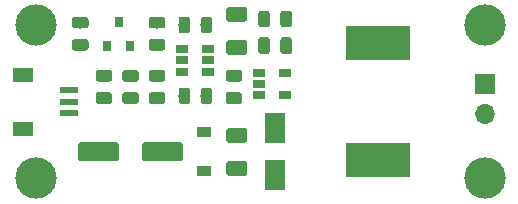
<source format=gts>
G04 #@! TF.GenerationSoftware,KiCad,Pcbnew,(5.1.4)-1*
G04 #@! TF.CreationDate,2020-03-31T09:33:02+09:00*
G04 #@! TF.ProjectId,solenoid-driver,736f6c65-6e6f-4696-942d-647269766572,rev?*
G04 #@! TF.SameCoordinates,Original*
G04 #@! TF.FileFunction,Soldermask,Top*
G04 #@! TF.FilePolarity,Negative*
%FSLAX46Y46*%
G04 Gerber Fmt 4.6, Leading zero omitted, Abs format (unit mm)*
G04 Created by KiCad (PCBNEW (5.1.4)-1) date 2020-03-31 09:33:02*
%MOMM*%
%LPD*%
G04 APERTURE LIST*
%ADD10R,1.200000X0.900000*%
%ADD11C,0.100000*%
%ADD12C,0.975000*%
%ADD13R,0.800000X0.900000*%
%ADD14C,3.500000*%
%ADD15O,1.700000X1.700000*%
%ADD16R,1.700000X1.700000*%
%ADD17R,1.060000X0.650000*%
%ADD18R,5.400000X2.900000*%
%ADD19R,1.550000X0.600000*%
%ADD20R,1.800000X1.200000*%
%ADD21R,1.800000X2.500000*%
%ADD22C,1.600000*%
%ADD23C,1.250000*%
G04 APERTURE END LIST*
D10*
X186250000Y-123400000D03*
X186250000Y-120100000D03*
D11*
G36*
X178230142Y-116701174D02*
G01*
X178253803Y-116704684D01*
X178277007Y-116710496D01*
X178299529Y-116718554D01*
X178321153Y-116728782D01*
X178341670Y-116741079D01*
X178360883Y-116755329D01*
X178378607Y-116771393D01*
X178394671Y-116789117D01*
X178408921Y-116808330D01*
X178421218Y-116828847D01*
X178431446Y-116850471D01*
X178439504Y-116872993D01*
X178445316Y-116896197D01*
X178448826Y-116919858D01*
X178450000Y-116943750D01*
X178450000Y-117431250D01*
X178448826Y-117455142D01*
X178445316Y-117478803D01*
X178439504Y-117502007D01*
X178431446Y-117524529D01*
X178421218Y-117546153D01*
X178408921Y-117566670D01*
X178394671Y-117585883D01*
X178378607Y-117603607D01*
X178360883Y-117619671D01*
X178341670Y-117633921D01*
X178321153Y-117646218D01*
X178299529Y-117656446D01*
X178277007Y-117664504D01*
X178253803Y-117670316D01*
X178230142Y-117673826D01*
X178206250Y-117675000D01*
X177293750Y-117675000D01*
X177269858Y-117673826D01*
X177246197Y-117670316D01*
X177222993Y-117664504D01*
X177200471Y-117656446D01*
X177178847Y-117646218D01*
X177158330Y-117633921D01*
X177139117Y-117619671D01*
X177121393Y-117603607D01*
X177105329Y-117585883D01*
X177091079Y-117566670D01*
X177078782Y-117546153D01*
X177068554Y-117524529D01*
X177060496Y-117502007D01*
X177054684Y-117478803D01*
X177051174Y-117455142D01*
X177050000Y-117431250D01*
X177050000Y-116943750D01*
X177051174Y-116919858D01*
X177054684Y-116896197D01*
X177060496Y-116872993D01*
X177068554Y-116850471D01*
X177078782Y-116828847D01*
X177091079Y-116808330D01*
X177105329Y-116789117D01*
X177121393Y-116771393D01*
X177139117Y-116755329D01*
X177158330Y-116741079D01*
X177178847Y-116728782D01*
X177200471Y-116718554D01*
X177222993Y-116710496D01*
X177246197Y-116704684D01*
X177269858Y-116701174D01*
X177293750Y-116700000D01*
X178206250Y-116700000D01*
X178230142Y-116701174D01*
X178230142Y-116701174D01*
G37*
D12*
X177750000Y-117187500D03*
D11*
G36*
X178230142Y-114826174D02*
G01*
X178253803Y-114829684D01*
X178277007Y-114835496D01*
X178299529Y-114843554D01*
X178321153Y-114853782D01*
X178341670Y-114866079D01*
X178360883Y-114880329D01*
X178378607Y-114896393D01*
X178394671Y-114914117D01*
X178408921Y-114933330D01*
X178421218Y-114953847D01*
X178431446Y-114975471D01*
X178439504Y-114997993D01*
X178445316Y-115021197D01*
X178448826Y-115044858D01*
X178450000Y-115068750D01*
X178450000Y-115556250D01*
X178448826Y-115580142D01*
X178445316Y-115603803D01*
X178439504Y-115627007D01*
X178431446Y-115649529D01*
X178421218Y-115671153D01*
X178408921Y-115691670D01*
X178394671Y-115710883D01*
X178378607Y-115728607D01*
X178360883Y-115744671D01*
X178341670Y-115758921D01*
X178321153Y-115771218D01*
X178299529Y-115781446D01*
X178277007Y-115789504D01*
X178253803Y-115795316D01*
X178230142Y-115798826D01*
X178206250Y-115800000D01*
X177293750Y-115800000D01*
X177269858Y-115798826D01*
X177246197Y-115795316D01*
X177222993Y-115789504D01*
X177200471Y-115781446D01*
X177178847Y-115771218D01*
X177158330Y-115758921D01*
X177139117Y-115744671D01*
X177121393Y-115728607D01*
X177105329Y-115710883D01*
X177091079Y-115691670D01*
X177078782Y-115671153D01*
X177068554Y-115649529D01*
X177060496Y-115627007D01*
X177054684Y-115603803D01*
X177051174Y-115580142D01*
X177050000Y-115556250D01*
X177050000Y-115068750D01*
X177051174Y-115044858D01*
X177054684Y-115021197D01*
X177060496Y-114997993D01*
X177068554Y-114975471D01*
X177078782Y-114953847D01*
X177091079Y-114933330D01*
X177105329Y-114914117D01*
X177121393Y-114896393D01*
X177139117Y-114880329D01*
X177158330Y-114866079D01*
X177178847Y-114853782D01*
X177200471Y-114843554D01*
X177222993Y-114835496D01*
X177246197Y-114829684D01*
X177269858Y-114826174D01*
X177293750Y-114825000D01*
X178206250Y-114825000D01*
X178230142Y-114826174D01*
X178230142Y-114826174D01*
G37*
D12*
X177750000Y-115312500D03*
D13*
X179000000Y-110750000D03*
X179950000Y-112750000D03*
X178050000Y-112750000D03*
D11*
G36*
X176230142Y-112201174D02*
G01*
X176253803Y-112204684D01*
X176277007Y-112210496D01*
X176299529Y-112218554D01*
X176321153Y-112228782D01*
X176341670Y-112241079D01*
X176360883Y-112255329D01*
X176378607Y-112271393D01*
X176394671Y-112289117D01*
X176408921Y-112308330D01*
X176421218Y-112328847D01*
X176431446Y-112350471D01*
X176439504Y-112372993D01*
X176445316Y-112396197D01*
X176448826Y-112419858D01*
X176450000Y-112443750D01*
X176450000Y-112931250D01*
X176448826Y-112955142D01*
X176445316Y-112978803D01*
X176439504Y-113002007D01*
X176431446Y-113024529D01*
X176421218Y-113046153D01*
X176408921Y-113066670D01*
X176394671Y-113085883D01*
X176378607Y-113103607D01*
X176360883Y-113119671D01*
X176341670Y-113133921D01*
X176321153Y-113146218D01*
X176299529Y-113156446D01*
X176277007Y-113164504D01*
X176253803Y-113170316D01*
X176230142Y-113173826D01*
X176206250Y-113175000D01*
X175293750Y-113175000D01*
X175269858Y-113173826D01*
X175246197Y-113170316D01*
X175222993Y-113164504D01*
X175200471Y-113156446D01*
X175178847Y-113146218D01*
X175158330Y-113133921D01*
X175139117Y-113119671D01*
X175121393Y-113103607D01*
X175105329Y-113085883D01*
X175091079Y-113066670D01*
X175078782Y-113046153D01*
X175068554Y-113024529D01*
X175060496Y-113002007D01*
X175054684Y-112978803D01*
X175051174Y-112955142D01*
X175050000Y-112931250D01*
X175050000Y-112443750D01*
X175051174Y-112419858D01*
X175054684Y-112396197D01*
X175060496Y-112372993D01*
X175068554Y-112350471D01*
X175078782Y-112328847D01*
X175091079Y-112308330D01*
X175105329Y-112289117D01*
X175121393Y-112271393D01*
X175139117Y-112255329D01*
X175158330Y-112241079D01*
X175178847Y-112228782D01*
X175200471Y-112218554D01*
X175222993Y-112210496D01*
X175246197Y-112204684D01*
X175269858Y-112201174D01*
X175293750Y-112200000D01*
X176206250Y-112200000D01*
X176230142Y-112201174D01*
X176230142Y-112201174D01*
G37*
D12*
X175750000Y-112687500D03*
D11*
G36*
X176230142Y-110326174D02*
G01*
X176253803Y-110329684D01*
X176277007Y-110335496D01*
X176299529Y-110343554D01*
X176321153Y-110353782D01*
X176341670Y-110366079D01*
X176360883Y-110380329D01*
X176378607Y-110396393D01*
X176394671Y-110414117D01*
X176408921Y-110433330D01*
X176421218Y-110453847D01*
X176431446Y-110475471D01*
X176439504Y-110497993D01*
X176445316Y-110521197D01*
X176448826Y-110544858D01*
X176450000Y-110568750D01*
X176450000Y-111056250D01*
X176448826Y-111080142D01*
X176445316Y-111103803D01*
X176439504Y-111127007D01*
X176431446Y-111149529D01*
X176421218Y-111171153D01*
X176408921Y-111191670D01*
X176394671Y-111210883D01*
X176378607Y-111228607D01*
X176360883Y-111244671D01*
X176341670Y-111258921D01*
X176321153Y-111271218D01*
X176299529Y-111281446D01*
X176277007Y-111289504D01*
X176253803Y-111295316D01*
X176230142Y-111298826D01*
X176206250Y-111300000D01*
X175293750Y-111300000D01*
X175269858Y-111298826D01*
X175246197Y-111295316D01*
X175222993Y-111289504D01*
X175200471Y-111281446D01*
X175178847Y-111271218D01*
X175158330Y-111258921D01*
X175139117Y-111244671D01*
X175121393Y-111228607D01*
X175105329Y-111210883D01*
X175091079Y-111191670D01*
X175078782Y-111171153D01*
X175068554Y-111149529D01*
X175060496Y-111127007D01*
X175054684Y-111103803D01*
X175051174Y-111080142D01*
X175050000Y-111056250D01*
X175050000Y-110568750D01*
X175051174Y-110544858D01*
X175054684Y-110521197D01*
X175060496Y-110497993D01*
X175068554Y-110475471D01*
X175078782Y-110453847D01*
X175091079Y-110433330D01*
X175105329Y-110414117D01*
X175121393Y-110396393D01*
X175139117Y-110380329D01*
X175158330Y-110366079D01*
X175178847Y-110353782D01*
X175200471Y-110343554D01*
X175222993Y-110335496D01*
X175246197Y-110329684D01*
X175269858Y-110326174D01*
X175293750Y-110325000D01*
X176206250Y-110325000D01*
X176230142Y-110326174D01*
X176230142Y-110326174D01*
G37*
D12*
X175750000Y-110812500D03*
D11*
G36*
X182730142Y-116701174D02*
G01*
X182753803Y-116704684D01*
X182777007Y-116710496D01*
X182799529Y-116718554D01*
X182821153Y-116728782D01*
X182841670Y-116741079D01*
X182860883Y-116755329D01*
X182878607Y-116771393D01*
X182894671Y-116789117D01*
X182908921Y-116808330D01*
X182921218Y-116828847D01*
X182931446Y-116850471D01*
X182939504Y-116872993D01*
X182945316Y-116896197D01*
X182948826Y-116919858D01*
X182950000Y-116943750D01*
X182950000Y-117431250D01*
X182948826Y-117455142D01*
X182945316Y-117478803D01*
X182939504Y-117502007D01*
X182931446Y-117524529D01*
X182921218Y-117546153D01*
X182908921Y-117566670D01*
X182894671Y-117585883D01*
X182878607Y-117603607D01*
X182860883Y-117619671D01*
X182841670Y-117633921D01*
X182821153Y-117646218D01*
X182799529Y-117656446D01*
X182777007Y-117664504D01*
X182753803Y-117670316D01*
X182730142Y-117673826D01*
X182706250Y-117675000D01*
X181793750Y-117675000D01*
X181769858Y-117673826D01*
X181746197Y-117670316D01*
X181722993Y-117664504D01*
X181700471Y-117656446D01*
X181678847Y-117646218D01*
X181658330Y-117633921D01*
X181639117Y-117619671D01*
X181621393Y-117603607D01*
X181605329Y-117585883D01*
X181591079Y-117566670D01*
X181578782Y-117546153D01*
X181568554Y-117524529D01*
X181560496Y-117502007D01*
X181554684Y-117478803D01*
X181551174Y-117455142D01*
X181550000Y-117431250D01*
X181550000Y-116943750D01*
X181551174Y-116919858D01*
X181554684Y-116896197D01*
X181560496Y-116872993D01*
X181568554Y-116850471D01*
X181578782Y-116828847D01*
X181591079Y-116808330D01*
X181605329Y-116789117D01*
X181621393Y-116771393D01*
X181639117Y-116755329D01*
X181658330Y-116741079D01*
X181678847Y-116728782D01*
X181700471Y-116718554D01*
X181722993Y-116710496D01*
X181746197Y-116704684D01*
X181769858Y-116701174D01*
X181793750Y-116700000D01*
X182706250Y-116700000D01*
X182730142Y-116701174D01*
X182730142Y-116701174D01*
G37*
D12*
X182250000Y-117187500D03*
D11*
G36*
X182730142Y-114826174D02*
G01*
X182753803Y-114829684D01*
X182777007Y-114835496D01*
X182799529Y-114843554D01*
X182821153Y-114853782D01*
X182841670Y-114866079D01*
X182860883Y-114880329D01*
X182878607Y-114896393D01*
X182894671Y-114914117D01*
X182908921Y-114933330D01*
X182921218Y-114953847D01*
X182931446Y-114975471D01*
X182939504Y-114997993D01*
X182945316Y-115021197D01*
X182948826Y-115044858D01*
X182950000Y-115068750D01*
X182950000Y-115556250D01*
X182948826Y-115580142D01*
X182945316Y-115603803D01*
X182939504Y-115627007D01*
X182931446Y-115649529D01*
X182921218Y-115671153D01*
X182908921Y-115691670D01*
X182894671Y-115710883D01*
X182878607Y-115728607D01*
X182860883Y-115744671D01*
X182841670Y-115758921D01*
X182821153Y-115771218D01*
X182799529Y-115781446D01*
X182777007Y-115789504D01*
X182753803Y-115795316D01*
X182730142Y-115798826D01*
X182706250Y-115800000D01*
X181793750Y-115800000D01*
X181769858Y-115798826D01*
X181746197Y-115795316D01*
X181722993Y-115789504D01*
X181700471Y-115781446D01*
X181678847Y-115771218D01*
X181658330Y-115758921D01*
X181639117Y-115744671D01*
X181621393Y-115728607D01*
X181605329Y-115710883D01*
X181591079Y-115691670D01*
X181578782Y-115671153D01*
X181568554Y-115649529D01*
X181560496Y-115627007D01*
X181554684Y-115603803D01*
X181551174Y-115580142D01*
X181550000Y-115556250D01*
X181550000Y-115068750D01*
X181551174Y-115044858D01*
X181554684Y-115021197D01*
X181560496Y-114997993D01*
X181568554Y-114975471D01*
X181578782Y-114953847D01*
X181591079Y-114933330D01*
X181605329Y-114914117D01*
X181621393Y-114896393D01*
X181639117Y-114880329D01*
X181658330Y-114866079D01*
X181678847Y-114853782D01*
X181700471Y-114843554D01*
X181722993Y-114835496D01*
X181746197Y-114829684D01*
X181769858Y-114826174D01*
X181793750Y-114825000D01*
X182706250Y-114825000D01*
X182730142Y-114826174D01*
X182730142Y-114826174D01*
G37*
D12*
X182250000Y-115312500D03*
D11*
G36*
X180480142Y-116701174D02*
G01*
X180503803Y-116704684D01*
X180527007Y-116710496D01*
X180549529Y-116718554D01*
X180571153Y-116728782D01*
X180591670Y-116741079D01*
X180610883Y-116755329D01*
X180628607Y-116771393D01*
X180644671Y-116789117D01*
X180658921Y-116808330D01*
X180671218Y-116828847D01*
X180681446Y-116850471D01*
X180689504Y-116872993D01*
X180695316Y-116896197D01*
X180698826Y-116919858D01*
X180700000Y-116943750D01*
X180700000Y-117431250D01*
X180698826Y-117455142D01*
X180695316Y-117478803D01*
X180689504Y-117502007D01*
X180681446Y-117524529D01*
X180671218Y-117546153D01*
X180658921Y-117566670D01*
X180644671Y-117585883D01*
X180628607Y-117603607D01*
X180610883Y-117619671D01*
X180591670Y-117633921D01*
X180571153Y-117646218D01*
X180549529Y-117656446D01*
X180527007Y-117664504D01*
X180503803Y-117670316D01*
X180480142Y-117673826D01*
X180456250Y-117675000D01*
X179543750Y-117675000D01*
X179519858Y-117673826D01*
X179496197Y-117670316D01*
X179472993Y-117664504D01*
X179450471Y-117656446D01*
X179428847Y-117646218D01*
X179408330Y-117633921D01*
X179389117Y-117619671D01*
X179371393Y-117603607D01*
X179355329Y-117585883D01*
X179341079Y-117566670D01*
X179328782Y-117546153D01*
X179318554Y-117524529D01*
X179310496Y-117502007D01*
X179304684Y-117478803D01*
X179301174Y-117455142D01*
X179300000Y-117431250D01*
X179300000Y-116943750D01*
X179301174Y-116919858D01*
X179304684Y-116896197D01*
X179310496Y-116872993D01*
X179318554Y-116850471D01*
X179328782Y-116828847D01*
X179341079Y-116808330D01*
X179355329Y-116789117D01*
X179371393Y-116771393D01*
X179389117Y-116755329D01*
X179408330Y-116741079D01*
X179428847Y-116728782D01*
X179450471Y-116718554D01*
X179472993Y-116710496D01*
X179496197Y-116704684D01*
X179519858Y-116701174D01*
X179543750Y-116700000D01*
X180456250Y-116700000D01*
X180480142Y-116701174D01*
X180480142Y-116701174D01*
G37*
D12*
X180000000Y-117187500D03*
D11*
G36*
X180480142Y-114826174D02*
G01*
X180503803Y-114829684D01*
X180527007Y-114835496D01*
X180549529Y-114843554D01*
X180571153Y-114853782D01*
X180591670Y-114866079D01*
X180610883Y-114880329D01*
X180628607Y-114896393D01*
X180644671Y-114914117D01*
X180658921Y-114933330D01*
X180671218Y-114953847D01*
X180681446Y-114975471D01*
X180689504Y-114997993D01*
X180695316Y-115021197D01*
X180698826Y-115044858D01*
X180700000Y-115068750D01*
X180700000Y-115556250D01*
X180698826Y-115580142D01*
X180695316Y-115603803D01*
X180689504Y-115627007D01*
X180681446Y-115649529D01*
X180671218Y-115671153D01*
X180658921Y-115691670D01*
X180644671Y-115710883D01*
X180628607Y-115728607D01*
X180610883Y-115744671D01*
X180591670Y-115758921D01*
X180571153Y-115771218D01*
X180549529Y-115781446D01*
X180527007Y-115789504D01*
X180503803Y-115795316D01*
X180480142Y-115798826D01*
X180456250Y-115800000D01*
X179543750Y-115800000D01*
X179519858Y-115798826D01*
X179496197Y-115795316D01*
X179472993Y-115789504D01*
X179450471Y-115781446D01*
X179428847Y-115771218D01*
X179408330Y-115758921D01*
X179389117Y-115744671D01*
X179371393Y-115728607D01*
X179355329Y-115710883D01*
X179341079Y-115691670D01*
X179328782Y-115671153D01*
X179318554Y-115649529D01*
X179310496Y-115627007D01*
X179304684Y-115603803D01*
X179301174Y-115580142D01*
X179300000Y-115556250D01*
X179300000Y-115068750D01*
X179301174Y-115044858D01*
X179304684Y-115021197D01*
X179310496Y-114997993D01*
X179318554Y-114975471D01*
X179328782Y-114953847D01*
X179341079Y-114933330D01*
X179355329Y-114914117D01*
X179371393Y-114896393D01*
X179389117Y-114880329D01*
X179408330Y-114866079D01*
X179428847Y-114853782D01*
X179450471Y-114843554D01*
X179472993Y-114835496D01*
X179496197Y-114829684D01*
X179519858Y-114826174D01*
X179543750Y-114825000D01*
X180456250Y-114825000D01*
X180480142Y-114826174D01*
X180480142Y-114826174D01*
G37*
D12*
X180000000Y-115312500D03*
D14*
X210000000Y-124000000D03*
X210000000Y-111000000D03*
X172000000Y-124000000D03*
X172000000Y-111000000D03*
D15*
X210000000Y-118540000D03*
D16*
X210000000Y-116000000D03*
D17*
X193100000Y-115050000D03*
X193100000Y-116950000D03*
X190900000Y-116950000D03*
X190900000Y-116000000D03*
X190900000Y-115050000D03*
X184400000Y-113050000D03*
X184400000Y-114000000D03*
X184400000Y-114950000D03*
X186600000Y-114950000D03*
X186600000Y-113050000D03*
X186600000Y-114000000D03*
D11*
G36*
X191580142Y-112051174D02*
G01*
X191603803Y-112054684D01*
X191627007Y-112060496D01*
X191649529Y-112068554D01*
X191671153Y-112078782D01*
X191691670Y-112091079D01*
X191710883Y-112105329D01*
X191728607Y-112121393D01*
X191744671Y-112139117D01*
X191758921Y-112158330D01*
X191771218Y-112178847D01*
X191781446Y-112200471D01*
X191789504Y-112222993D01*
X191795316Y-112246197D01*
X191798826Y-112269858D01*
X191800000Y-112293750D01*
X191800000Y-113206250D01*
X191798826Y-113230142D01*
X191795316Y-113253803D01*
X191789504Y-113277007D01*
X191781446Y-113299529D01*
X191771218Y-113321153D01*
X191758921Y-113341670D01*
X191744671Y-113360883D01*
X191728607Y-113378607D01*
X191710883Y-113394671D01*
X191691670Y-113408921D01*
X191671153Y-113421218D01*
X191649529Y-113431446D01*
X191627007Y-113439504D01*
X191603803Y-113445316D01*
X191580142Y-113448826D01*
X191556250Y-113450000D01*
X191068750Y-113450000D01*
X191044858Y-113448826D01*
X191021197Y-113445316D01*
X190997993Y-113439504D01*
X190975471Y-113431446D01*
X190953847Y-113421218D01*
X190933330Y-113408921D01*
X190914117Y-113394671D01*
X190896393Y-113378607D01*
X190880329Y-113360883D01*
X190866079Y-113341670D01*
X190853782Y-113321153D01*
X190843554Y-113299529D01*
X190835496Y-113277007D01*
X190829684Y-113253803D01*
X190826174Y-113230142D01*
X190825000Y-113206250D01*
X190825000Y-112293750D01*
X190826174Y-112269858D01*
X190829684Y-112246197D01*
X190835496Y-112222993D01*
X190843554Y-112200471D01*
X190853782Y-112178847D01*
X190866079Y-112158330D01*
X190880329Y-112139117D01*
X190896393Y-112121393D01*
X190914117Y-112105329D01*
X190933330Y-112091079D01*
X190953847Y-112078782D01*
X190975471Y-112068554D01*
X190997993Y-112060496D01*
X191021197Y-112054684D01*
X191044858Y-112051174D01*
X191068750Y-112050000D01*
X191556250Y-112050000D01*
X191580142Y-112051174D01*
X191580142Y-112051174D01*
G37*
D12*
X191312500Y-112750000D03*
D11*
G36*
X193455142Y-112051174D02*
G01*
X193478803Y-112054684D01*
X193502007Y-112060496D01*
X193524529Y-112068554D01*
X193546153Y-112078782D01*
X193566670Y-112091079D01*
X193585883Y-112105329D01*
X193603607Y-112121393D01*
X193619671Y-112139117D01*
X193633921Y-112158330D01*
X193646218Y-112178847D01*
X193656446Y-112200471D01*
X193664504Y-112222993D01*
X193670316Y-112246197D01*
X193673826Y-112269858D01*
X193675000Y-112293750D01*
X193675000Y-113206250D01*
X193673826Y-113230142D01*
X193670316Y-113253803D01*
X193664504Y-113277007D01*
X193656446Y-113299529D01*
X193646218Y-113321153D01*
X193633921Y-113341670D01*
X193619671Y-113360883D01*
X193603607Y-113378607D01*
X193585883Y-113394671D01*
X193566670Y-113408921D01*
X193546153Y-113421218D01*
X193524529Y-113431446D01*
X193502007Y-113439504D01*
X193478803Y-113445316D01*
X193455142Y-113448826D01*
X193431250Y-113450000D01*
X192943750Y-113450000D01*
X192919858Y-113448826D01*
X192896197Y-113445316D01*
X192872993Y-113439504D01*
X192850471Y-113431446D01*
X192828847Y-113421218D01*
X192808330Y-113408921D01*
X192789117Y-113394671D01*
X192771393Y-113378607D01*
X192755329Y-113360883D01*
X192741079Y-113341670D01*
X192728782Y-113321153D01*
X192718554Y-113299529D01*
X192710496Y-113277007D01*
X192704684Y-113253803D01*
X192701174Y-113230142D01*
X192700000Y-113206250D01*
X192700000Y-112293750D01*
X192701174Y-112269858D01*
X192704684Y-112246197D01*
X192710496Y-112222993D01*
X192718554Y-112200471D01*
X192728782Y-112178847D01*
X192741079Y-112158330D01*
X192755329Y-112139117D01*
X192771393Y-112121393D01*
X192789117Y-112105329D01*
X192808330Y-112091079D01*
X192828847Y-112078782D01*
X192850471Y-112068554D01*
X192872993Y-112060496D01*
X192896197Y-112054684D01*
X192919858Y-112051174D01*
X192943750Y-112050000D01*
X193431250Y-112050000D01*
X193455142Y-112051174D01*
X193455142Y-112051174D01*
G37*
D12*
X193187500Y-112750000D03*
D11*
G36*
X191580142Y-109801174D02*
G01*
X191603803Y-109804684D01*
X191627007Y-109810496D01*
X191649529Y-109818554D01*
X191671153Y-109828782D01*
X191691670Y-109841079D01*
X191710883Y-109855329D01*
X191728607Y-109871393D01*
X191744671Y-109889117D01*
X191758921Y-109908330D01*
X191771218Y-109928847D01*
X191781446Y-109950471D01*
X191789504Y-109972993D01*
X191795316Y-109996197D01*
X191798826Y-110019858D01*
X191800000Y-110043750D01*
X191800000Y-110956250D01*
X191798826Y-110980142D01*
X191795316Y-111003803D01*
X191789504Y-111027007D01*
X191781446Y-111049529D01*
X191771218Y-111071153D01*
X191758921Y-111091670D01*
X191744671Y-111110883D01*
X191728607Y-111128607D01*
X191710883Y-111144671D01*
X191691670Y-111158921D01*
X191671153Y-111171218D01*
X191649529Y-111181446D01*
X191627007Y-111189504D01*
X191603803Y-111195316D01*
X191580142Y-111198826D01*
X191556250Y-111200000D01*
X191068750Y-111200000D01*
X191044858Y-111198826D01*
X191021197Y-111195316D01*
X190997993Y-111189504D01*
X190975471Y-111181446D01*
X190953847Y-111171218D01*
X190933330Y-111158921D01*
X190914117Y-111144671D01*
X190896393Y-111128607D01*
X190880329Y-111110883D01*
X190866079Y-111091670D01*
X190853782Y-111071153D01*
X190843554Y-111049529D01*
X190835496Y-111027007D01*
X190829684Y-111003803D01*
X190826174Y-110980142D01*
X190825000Y-110956250D01*
X190825000Y-110043750D01*
X190826174Y-110019858D01*
X190829684Y-109996197D01*
X190835496Y-109972993D01*
X190843554Y-109950471D01*
X190853782Y-109928847D01*
X190866079Y-109908330D01*
X190880329Y-109889117D01*
X190896393Y-109871393D01*
X190914117Y-109855329D01*
X190933330Y-109841079D01*
X190953847Y-109828782D01*
X190975471Y-109818554D01*
X190997993Y-109810496D01*
X191021197Y-109804684D01*
X191044858Y-109801174D01*
X191068750Y-109800000D01*
X191556250Y-109800000D01*
X191580142Y-109801174D01*
X191580142Y-109801174D01*
G37*
D12*
X191312500Y-110500000D03*
D11*
G36*
X193455142Y-109801174D02*
G01*
X193478803Y-109804684D01*
X193502007Y-109810496D01*
X193524529Y-109818554D01*
X193546153Y-109828782D01*
X193566670Y-109841079D01*
X193585883Y-109855329D01*
X193603607Y-109871393D01*
X193619671Y-109889117D01*
X193633921Y-109908330D01*
X193646218Y-109928847D01*
X193656446Y-109950471D01*
X193664504Y-109972993D01*
X193670316Y-109996197D01*
X193673826Y-110019858D01*
X193675000Y-110043750D01*
X193675000Y-110956250D01*
X193673826Y-110980142D01*
X193670316Y-111003803D01*
X193664504Y-111027007D01*
X193656446Y-111049529D01*
X193646218Y-111071153D01*
X193633921Y-111091670D01*
X193619671Y-111110883D01*
X193603607Y-111128607D01*
X193585883Y-111144671D01*
X193566670Y-111158921D01*
X193546153Y-111171218D01*
X193524529Y-111181446D01*
X193502007Y-111189504D01*
X193478803Y-111195316D01*
X193455142Y-111198826D01*
X193431250Y-111200000D01*
X192943750Y-111200000D01*
X192919858Y-111198826D01*
X192896197Y-111195316D01*
X192872993Y-111189504D01*
X192850471Y-111181446D01*
X192828847Y-111171218D01*
X192808330Y-111158921D01*
X192789117Y-111144671D01*
X192771393Y-111128607D01*
X192755329Y-111110883D01*
X192741079Y-111091670D01*
X192728782Y-111071153D01*
X192718554Y-111049529D01*
X192710496Y-111027007D01*
X192704684Y-111003803D01*
X192701174Y-110980142D01*
X192700000Y-110956250D01*
X192700000Y-110043750D01*
X192701174Y-110019858D01*
X192704684Y-109996197D01*
X192710496Y-109972993D01*
X192718554Y-109950471D01*
X192728782Y-109928847D01*
X192741079Y-109908330D01*
X192755329Y-109889117D01*
X192771393Y-109871393D01*
X192789117Y-109855329D01*
X192808330Y-109841079D01*
X192828847Y-109828782D01*
X192850471Y-109818554D01*
X192872993Y-109810496D01*
X192896197Y-109804684D01*
X192919858Y-109801174D01*
X192943750Y-109800000D01*
X193431250Y-109800000D01*
X193455142Y-109801174D01*
X193455142Y-109801174D01*
G37*
D12*
X193187500Y-110500000D03*
D11*
G36*
X186705142Y-116301174D02*
G01*
X186728803Y-116304684D01*
X186752007Y-116310496D01*
X186774529Y-116318554D01*
X186796153Y-116328782D01*
X186816670Y-116341079D01*
X186835883Y-116355329D01*
X186853607Y-116371393D01*
X186869671Y-116389117D01*
X186883921Y-116408330D01*
X186896218Y-116428847D01*
X186906446Y-116450471D01*
X186914504Y-116472993D01*
X186920316Y-116496197D01*
X186923826Y-116519858D01*
X186925000Y-116543750D01*
X186925000Y-117456250D01*
X186923826Y-117480142D01*
X186920316Y-117503803D01*
X186914504Y-117527007D01*
X186906446Y-117549529D01*
X186896218Y-117571153D01*
X186883921Y-117591670D01*
X186869671Y-117610883D01*
X186853607Y-117628607D01*
X186835883Y-117644671D01*
X186816670Y-117658921D01*
X186796153Y-117671218D01*
X186774529Y-117681446D01*
X186752007Y-117689504D01*
X186728803Y-117695316D01*
X186705142Y-117698826D01*
X186681250Y-117700000D01*
X186193750Y-117700000D01*
X186169858Y-117698826D01*
X186146197Y-117695316D01*
X186122993Y-117689504D01*
X186100471Y-117681446D01*
X186078847Y-117671218D01*
X186058330Y-117658921D01*
X186039117Y-117644671D01*
X186021393Y-117628607D01*
X186005329Y-117610883D01*
X185991079Y-117591670D01*
X185978782Y-117571153D01*
X185968554Y-117549529D01*
X185960496Y-117527007D01*
X185954684Y-117503803D01*
X185951174Y-117480142D01*
X185950000Y-117456250D01*
X185950000Y-116543750D01*
X185951174Y-116519858D01*
X185954684Y-116496197D01*
X185960496Y-116472993D01*
X185968554Y-116450471D01*
X185978782Y-116428847D01*
X185991079Y-116408330D01*
X186005329Y-116389117D01*
X186021393Y-116371393D01*
X186039117Y-116355329D01*
X186058330Y-116341079D01*
X186078847Y-116328782D01*
X186100471Y-116318554D01*
X186122993Y-116310496D01*
X186146197Y-116304684D01*
X186169858Y-116301174D01*
X186193750Y-116300000D01*
X186681250Y-116300000D01*
X186705142Y-116301174D01*
X186705142Y-116301174D01*
G37*
D12*
X186437500Y-117000000D03*
D11*
G36*
X184830142Y-116301174D02*
G01*
X184853803Y-116304684D01*
X184877007Y-116310496D01*
X184899529Y-116318554D01*
X184921153Y-116328782D01*
X184941670Y-116341079D01*
X184960883Y-116355329D01*
X184978607Y-116371393D01*
X184994671Y-116389117D01*
X185008921Y-116408330D01*
X185021218Y-116428847D01*
X185031446Y-116450471D01*
X185039504Y-116472993D01*
X185045316Y-116496197D01*
X185048826Y-116519858D01*
X185050000Y-116543750D01*
X185050000Y-117456250D01*
X185048826Y-117480142D01*
X185045316Y-117503803D01*
X185039504Y-117527007D01*
X185031446Y-117549529D01*
X185021218Y-117571153D01*
X185008921Y-117591670D01*
X184994671Y-117610883D01*
X184978607Y-117628607D01*
X184960883Y-117644671D01*
X184941670Y-117658921D01*
X184921153Y-117671218D01*
X184899529Y-117681446D01*
X184877007Y-117689504D01*
X184853803Y-117695316D01*
X184830142Y-117698826D01*
X184806250Y-117700000D01*
X184318750Y-117700000D01*
X184294858Y-117698826D01*
X184271197Y-117695316D01*
X184247993Y-117689504D01*
X184225471Y-117681446D01*
X184203847Y-117671218D01*
X184183330Y-117658921D01*
X184164117Y-117644671D01*
X184146393Y-117628607D01*
X184130329Y-117610883D01*
X184116079Y-117591670D01*
X184103782Y-117571153D01*
X184093554Y-117549529D01*
X184085496Y-117527007D01*
X184079684Y-117503803D01*
X184076174Y-117480142D01*
X184075000Y-117456250D01*
X184075000Y-116543750D01*
X184076174Y-116519858D01*
X184079684Y-116496197D01*
X184085496Y-116472993D01*
X184093554Y-116450471D01*
X184103782Y-116428847D01*
X184116079Y-116408330D01*
X184130329Y-116389117D01*
X184146393Y-116371393D01*
X184164117Y-116355329D01*
X184183330Y-116341079D01*
X184203847Y-116328782D01*
X184225471Y-116318554D01*
X184247993Y-116310496D01*
X184271197Y-116304684D01*
X184294858Y-116301174D01*
X184318750Y-116300000D01*
X184806250Y-116300000D01*
X184830142Y-116301174D01*
X184830142Y-116301174D01*
G37*
D12*
X184562500Y-117000000D03*
D11*
G36*
X189230142Y-114826174D02*
G01*
X189253803Y-114829684D01*
X189277007Y-114835496D01*
X189299529Y-114843554D01*
X189321153Y-114853782D01*
X189341670Y-114866079D01*
X189360883Y-114880329D01*
X189378607Y-114896393D01*
X189394671Y-114914117D01*
X189408921Y-114933330D01*
X189421218Y-114953847D01*
X189431446Y-114975471D01*
X189439504Y-114997993D01*
X189445316Y-115021197D01*
X189448826Y-115044858D01*
X189450000Y-115068750D01*
X189450000Y-115556250D01*
X189448826Y-115580142D01*
X189445316Y-115603803D01*
X189439504Y-115627007D01*
X189431446Y-115649529D01*
X189421218Y-115671153D01*
X189408921Y-115691670D01*
X189394671Y-115710883D01*
X189378607Y-115728607D01*
X189360883Y-115744671D01*
X189341670Y-115758921D01*
X189321153Y-115771218D01*
X189299529Y-115781446D01*
X189277007Y-115789504D01*
X189253803Y-115795316D01*
X189230142Y-115798826D01*
X189206250Y-115800000D01*
X188293750Y-115800000D01*
X188269858Y-115798826D01*
X188246197Y-115795316D01*
X188222993Y-115789504D01*
X188200471Y-115781446D01*
X188178847Y-115771218D01*
X188158330Y-115758921D01*
X188139117Y-115744671D01*
X188121393Y-115728607D01*
X188105329Y-115710883D01*
X188091079Y-115691670D01*
X188078782Y-115671153D01*
X188068554Y-115649529D01*
X188060496Y-115627007D01*
X188054684Y-115603803D01*
X188051174Y-115580142D01*
X188050000Y-115556250D01*
X188050000Y-115068750D01*
X188051174Y-115044858D01*
X188054684Y-115021197D01*
X188060496Y-114997993D01*
X188068554Y-114975471D01*
X188078782Y-114953847D01*
X188091079Y-114933330D01*
X188105329Y-114914117D01*
X188121393Y-114896393D01*
X188139117Y-114880329D01*
X188158330Y-114866079D01*
X188178847Y-114853782D01*
X188200471Y-114843554D01*
X188222993Y-114835496D01*
X188246197Y-114829684D01*
X188269858Y-114826174D01*
X188293750Y-114825000D01*
X189206250Y-114825000D01*
X189230142Y-114826174D01*
X189230142Y-114826174D01*
G37*
D12*
X188750000Y-115312500D03*
D11*
G36*
X189230142Y-116701174D02*
G01*
X189253803Y-116704684D01*
X189277007Y-116710496D01*
X189299529Y-116718554D01*
X189321153Y-116728782D01*
X189341670Y-116741079D01*
X189360883Y-116755329D01*
X189378607Y-116771393D01*
X189394671Y-116789117D01*
X189408921Y-116808330D01*
X189421218Y-116828847D01*
X189431446Y-116850471D01*
X189439504Y-116872993D01*
X189445316Y-116896197D01*
X189448826Y-116919858D01*
X189450000Y-116943750D01*
X189450000Y-117431250D01*
X189448826Y-117455142D01*
X189445316Y-117478803D01*
X189439504Y-117502007D01*
X189431446Y-117524529D01*
X189421218Y-117546153D01*
X189408921Y-117566670D01*
X189394671Y-117585883D01*
X189378607Y-117603607D01*
X189360883Y-117619671D01*
X189341670Y-117633921D01*
X189321153Y-117646218D01*
X189299529Y-117656446D01*
X189277007Y-117664504D01*
X189253803Y-117670316D01*
X189230142Y-117673826D01*
X189206250Y-117675000D01*
X188293750Y-117675000D01*
X188269858Y-117673826D01*
X188246197Y-117670316D01*
X188222993Y-117664504D01*
X188200471Y-117656446D01*
X188178847Y-117646218D01*
X188158330Y-117633921D01*
X188139117Y-117619671D01*
X188121393Y-117603607D01*
X188105329Y-117585883D01*
X188091079Y-117566670D01*
X188078782Y-117546153D01*
X188068554Y-117524529D01*
X188060496Y-117502007D01*
X188054684Y-117478803D01*
X188051174Y-117455142D01*
X188050000Y-117431250D01*
X188050000Y-116943750D01*
X188051174Y-116919858D01*
X188054684Y-116896197D01*
X188060496Y-116872993D01*
X188068554Y-116850471D01*
X188078782Y-116828847D01*
X188091079Y-116808330D01*
X188105329Y-116789117D01*
X188121393Y-116771393D01*
X188139117Y-116755329D01*
X188158330Y-116741079D01*
X188178847Y-116728782D01*
X188200471Y-116718554D01*
X188222993Y-116710496D01*
X188246197Y-116704684D01*
X188269858Y-116701174D01*
X188293750Y-116700000D01*
X189206250Y-116700000D01*
X189230142Y-116701174D01*
X189230142Y-116701174D01*
G37*
D12*
X188750000Y-117187500D03*
D18*
X201000000Y-122450000D03*
X201000000Y-112550000D03*
D19*
X174775000Y-118500000D03*
X174775000Y-117500000D03*
X174775000Y-116500000D03*
D20*
X170900000Y-115200000D03*
X170900000Y-119800000D03*
D21*
X192250000Y-123750000D03*
X192250000Y-119750000D03*
D11*
G36*
X178824504Y-120951204D02*
G01*
X178848773Y-120954804D01*
X178872571Y-120960765D01*
X178895671Y-120969030D01*
X178917849Y-120979520D01*
X178938893Y-120992133D01*
X178958598Y-121006747D01*
X178976777Y-121023223D01*
X178993253Y-121041402D01*
X179007867Y-121061107D01*
X179020480Y-121082151D01*
X179030970Y-121104329D01*
X179039235Y-121127429D01*
X179045196Y-121151227D01*
X179048796Y-121175496D01*
X179050000Y-121200000D01*
X179050000Y-122300000D01*
X179048796Y-122324504D01*
X179045196Y-122348773D01*
X179039235Y-122372571D01*
X179030970Y-122395671D01*
X179020480Y-122417849D01*
X179007867Y-122438893D01*
X178993253Y-122458598D01*
X178976777Y-122476777D01*
X178958598Y-122493253D01*
X178938893Y-122507867D01*
X178917849Y-122520480D01*
X178895671Y-122530970D01*
X178872571Y-122539235D01*
X178848773Y-122545196D01*
X178824504Y-122548796D01*
X178800000Y-122550000D01*
X175800000Y-122550000D01*
X175775496Y-122548796D01*
X175751227Y-122545196D01*
X175727429Y-122539235D01*
X175704329Y-122530970D01*
X175682151Y-122520480D01*
X175661107Y-122507867D01*
X175641402Y-122493253D01*
X175623223Y-122476777D01*
X175606747Y-122458598D01*
X175592133Y-122438893D01*
X175579520Y-122417849D01*
X175569030Y-122395671D01*
X175560765Y-122372571D01*
X175554804Y-122348773D01*
X175551204Y-122324504D01*
X175550000Y-122300000D01*
X175550000Y-121200000D01*
X175551204Y-121175496D01*
X175554804Y-121151227D01*
X175560765Y-121127429D01*
X175569030Y-121104329D01*
X175579520Y-121082151D01*
X175592133Y-121061107D01*
X175606747Y-121041402D01*
X175623223Y-121023223D01*
X175641402Y-121006747D01*
X175661107Y-120992133D01*
X175682151Y-120979520D01*
X175704329Y-120969030D01*
X175727429Y-120960765D01*
X175751227Y-120954804D01*
X175775496Y-120951204D01*
X175800000Y-120950000D01*
X178800000Y-120950000D01*
X178824504Y-120951204D01*
X178824504Y-120951204D01*
G37*
D22*
X177300000Y-121750000D03*
D11*
G36*
X184224504Y-120951204D02*
G01*
X184248773Y-120954804D01*
X184272571Y-120960765D01*
X184295671Y-120969030D01*
X184317849Y-120979520D01*
X184338893Y-120992133D01*
X184358598Y-121006747D01*
X184376777Y-121023223D01*
X184393253Y-121041402D01*
X184407867Y-121061107D01*
X184420480Y-121082151D01*
X184430970Y-121104329D01*
X184439235Y-121127429D01*
X184445196Y-121151227D01*
X184448796Y-121175496D01*
X184450000Y-121200000D01*
X184450000Y-122300000D01*
X184448796Y-122324504D01*
X184445196Y-122348773D01*
X184439235Y-122372571D01*
X184430970Y-122395671D01*
X184420480Y-122417849D01*
X184407867Y-122438893D01*
X184393253Y-122458598D01*
X184376777Y-122476777D01*
X184358598Y-122493253D01*
X184338893Y-122507867D01*
X184317849Y-122520480D01*
X184295671Y-122530970D01*
X184272571Y-122539235D01*
X184248773Y-122545196D01*
X184224504Y-122548796D01*
X184200000Y-122550000D01*
X181200000Y-122550000D01*
X181175496Y-122548796D01*
X181151227Y-122545196D01*
X181127429Y-122539235D01*
X181104329Y-122530970D01*
X181082151Y-122520480D01*
X181061107Y-122507867D01*
X181041402Y-122493253D01*
X181023223Y-122476777D01*
X181006747Y-122458598D01*
X180992133Y-122438893D01*
X180979520Y-122417849D01*
X180969030Y-122395671D01*
X180960765Y-122372571D01*
X180954804Y-122348773D01*
X180951204Y-122324504D01*
X180950000Y-122300000D01*
X180950000Y-121200000D01*
X180951204Y-121175496D01*
X180954804Y-121151227D01*
X180960765Y-121127429D01*
X180969030Y-121104329D01*
X180979520Y-121082151D01*
X180992133Y-121061107D01*
X181006747Y-121041402D01*
X181023223Y-121023223D01*
X181041402Y-121006747D01*
X181061107Y-120992133D01*
X181082151Y-120979520D01*
X181104329Y-120969030D01*
X181127429Y-120960765D01*
X181151227Y-120954804D01*
X181175496Y-120951204D01*
X181200000Y-120950000D01*
X184200000Y-120950000D01*
X184224504Y-120951204D01*
X184224504Y-120951204D01*
G37*
D22*
X182700000Y-121750000D03*
D11*
G36*
X189649504Y-119726204D02*
G01*
X189673773Y-119729804D01*
X189697571Y-119735765D01*
X189720671Y-119744030D01*
X189742849Y-119754520D01*
X189763893Y-119767133D01*
X189783598Y-119781747D01*
X189801777Y-119798223D01*
X189818253Y-119816402D01*
X189832867Y-119836107D01*
X189845480Y-119857151D01*
X189855970Y-119879329D01*
X189864235Y-119902429D01*
X189870196Y-119926227D01*
X189873796Y-119950496D01*
X189875000Y-119975000D01*
X189875000Y-120725000D01*
X189873796Y-120749504D01*
X189870196Y-120773773D01*
X189864235Y-120797571D01*
X189855970Y-120820671D01*
X189845480Y-120842849D01*
X189832867Y-120863893D01*
X189818253Y-120883598D01*
X189801777Y-120901777D01*
X189783598Y-120918253D01*
X189763893Y-120932867D01*
X189742849Y-120945480D01*
X189720671Y-120955970D01*
X189697571Y-120964235D01*
X189673773Y-120970196D01*
X189649504Y-120973796D01*
X189625000Y-120975000D01*
X188375000Y-120975000D01*
X188350496Y-120973796D01*
X188326227Y-120970196D01*
X188302429Y-120964235D01*
X188279329Y-120955970D01*
X188257151Y-120945480D01*
X188236107Y-120932867D01*
X188216402Y-120918253D01*
X188198223Y-120901777D01*
X188181747Y-120883598D01*
X188167133Y-120863893D01*
X188154520Y-120842849D01*
X188144030Y-120820671D01*
X188135765Y-120797571D01*
X188129804Y-120773773D01*
X188126204Y-120749504D01*
X188125000Y-120725000D01*
X188125000Y-119975000D01*
X188126204Y-119950496D01*
X188129804Y-119926227D01*
X188135765Y-119902429D01*
X188144030Y-119879329D01*
X188154520Y-119857151D01*
X188167133Y-119836107D01*
X188181747Y-119816402D01*
X188198223Y-119798223D01*
X188216402Y-119781747D01*
X188236107Y-119767133D01*
X188257151Y-119754520D01*
X188279329Y-119744030D01*
X188302429Y-119735765D01*
X188326227Y-119729804D01*
X188350496Y-119726204D01*
X188375000Y-119725000D01*
X189625000Y-119725000D01*
X189649504Y-119726204D01*
X189649504Y-119726204D01*
G37*
D23*
X189000000Y-120350000D03*
D11*
G36*
X189649504Y-122526204D02*
G01*
X189673773Y-122529804D01*
X189697571Y-122535765D01*
X189720671Y-122544030D01*
X189742849Y-122554520D01*
X189763893Y-122567133D01*
X189783598Y-122581747D01*
X189801777Y-122598223D01*
X189818253Y-122616402D01*
X189832867Y-122636107D01*
X189845480Y-122657151D01*
X189855970Y-122679329D01*
X189864235Y-122702429D01*
X189870196Y-122726227D01*
X189873796Y-122750496D01*
X189875000Y-122775000D01*
X189875000Y-123525000D01*
X189873796Y-123549504D01*
X189870196Y-123573773D01*
X189864235Y-123597571D01*
X189855970Y-123620671D01*
X189845480Y-123642849D01*
X189832867Y-123663893D01*
X189818253Y-123683598D01*
X189801777Y-123701777D01*
X189783598Y-123718253D01*
X189763893Y-123732867D01*
X189742849Y-123745480D01*
X189720671Y-123755970D01*
X189697571Y-123764235D01*
X189673773Y-123770196D01*
X189649504Y-123773796D01*
X189625000Y-123775000D01*
X188375000Y-123775000D01*
X188350496Y-123773796D01*
X188326227Y-123770196D01*
X188302429Y-123764235D01*
X188279329Y-123755970D01*
X188257151Y-123745480D01*
X188236107Y-123732867D01*
X188216402Y-123718253D01*
X188198223Y-123701777D01*
X188181747Y-123683598D01*
X188167133Y-123663893D01*
X188154520Y-123642849D01*
X188144030Y-123620671D01*
X188135765Y-123597571D01*
X188129804Y-123573773D01*
X188126204Y-123549504D01*
X188125000Y-123525000D01*
X188125000Y-122775000D01*
X188126204Y-122750496D01*
X188129804Y-122726227D01*
X188135765Y-122702429D01*
X188144030Y-122679329D01*
X188154520Y-122657151D01*
X188167133Y-122636107D01*
X188181747Y-122616402D01*
X188198223Y-122598223D01*
X188216402Y-122581747D01*
X188236107Y-122567133D01*
X188257151Y-122554520D01*
X188279329Y-122544030D01*
X188302429Y-122535765D01*
X188326227Y-122529804D01*
X188350496Y-122526204D01*
X188375000Y-122525000D01*
X189625000Y-122525000D01*
X189649504Y-122526204D01*
X189649504Y-122526204D01*
G37*
D23*
X189000000Y-123150000D03*
D11*
G36*
X189649504Y-109476204D02*
G01*
X189673773Y-109479804D01*
X189697571Y-109485765D01*
X189720671Y-109494030D01*
X189742849Y-109504520D01*
X189763893Y-109517133D01*
X189783598Y-109531747D01*
X189801777Y-109548223D01*
X189818253Y-109566402D01*
X189832867Y-109586107D01*
X189845480Y-109607151D01*
X189855970Y-109629329D01*
X189864235Y-109652429D01*
X189870196Y-109676227D01*
X189873796Y-109700496D01*
X189875000Y-109725000D01*
X189875000Y-110475000D01*
X189873796Y-110499504D01*
X189870196Y-110523773D01*
X189864235Y-110547571D01*
X189855970Y-110570671D01*
X189845480Y-110592849D01*
X189832867Y-110613893D01*
X189818253Y-110633598D01*
X189801777Y-110651777D01*
X189783598Y-110668253D01*
X189763893Y-110682867D01*
X189742849Y-110695480D01*
X189720671Y-110705970D01*
X189697571Y-110714235D01*
X189673773Y-110720196D01*
X189649504Y-110723796D01*
X189625000Y-110725000D01*
X188375000Y-110725000D01*
X188350496Y-110723796D01*
X188326227Y-110720196D01*
X188302429Y-110714235D01*
X188279329Y-110705970D01*
X188257151Y-110695480D01*
X188236107Y-110682867D01*
X188216402Y-110668253D01*
X188198223Y-110651777D01*
X188181747Y-110633598D01*
X188167133Y-110613893D01*
X188154520Y-110592849D01*
X188144030Y-110570671D01*
X188135765Y-110547571D01*
X188129804Y-110523773D01*
X188126204Y-110499504D01*
X188125000Y-110475000D01*
X188125000Y-109725000D01*
X188126204Y-109700496D01*
X188129804Y-109676227D01*
X188135765Y-109652429D01*
X188144030Y-109629329D01*
X188154520Y-109607151D01*
X188167133Y-109586107D01*
X188181747Y-109566402D01*
X188198223Y-109548223D01*
X188216402Y-109531747D01*
X188236107Y-109517133D01*
X188257151Y-109504520D01*
X188279329Y-109494030D01*
X188302429Y-109485765D01*
X188326227Y-109479804D01*
X188350496Y-109476204D01*
X188375000Y-109475000D01*
X189625000Y-109475000D01*
X189649504Y-109476204D01*
X189649504Y-109476204D01*
G37*
D23*
X189000000Y-110100000D03*
D11*
G36*
X189649504Y-112276204D02*
G01*
X189673773Y-112279804D01*
X189697571Y-112285765D01*
X189720671Y-112294030D01*
X189742849Y-112304520D01*
X189763893Y-112317133D01*
X189783598Y-112331747D01*
X189801777Y-112348223D01*
X189818253Y-112366402D01*
X189832867Y-112386107D01*
X189845480Y-112407151D01*
X189855970Y-112429329D01*
X189864235Y-112452429D01*
X189870196Y-112476227D01*
X189873796Y-112500496D01*
X189875000Y-112525000D01*
X189875000Y-113275000D01*
X189873796Y-113299504D01*
X189870196Y-113323773D01*
X189864235Y-113347571D01*
X189855970Y-113370671D01*
X189845480Y-113392849D01*
X189832867Y-113413893D01*
X189818253Y-113433598D01*
X189801777Y-113451777D01*
X189783598Y-113468253D01*
X189763893Y-113482867D01*
X189742849Y-113495480D01*
X189720671Y-113505970D01*
X189697571Y-113514235D01*
X189673773Y-113520196D01*
X189649504Y-113523796D01*
X189625000Y-113525000D01*
X188375000Y-113525000D01*
X188350496Y-113523796D01*
X188326227Y-113520196D01*
X188302429Y-113514235D01*
X188279329Y-113505970D01*
X188257151Y-113495480D01*
X188236107Y-113482867D01*
X188216402Y-113468253D01*
X188198223Y-113451777D01*
X188181747Y-113433598D01*
X188167133Y-113413893D01*
X188154520Y-113392849D01*
X188144030Y-113370671D01*
X188135765Y-113347571D01*
X188129804Y-113323773D01*
X188126204Y-113299504D01*
X188125000Y-113275000D01*
X188125000Y-112525000D01*
X188126204Y-112500496D01*
X188129804Y-112476227D01*
X188135765Y-112452429D01*
X188144030Y-112429329D01*
X188154520Y-112407151D01*
X188167133Y-112386107D01*
X188181747Y-112366402D01*
X188198223Y-112348223D01*
X188216402Y-112331747D01*
X188236107Y-112317133D01*
X188257151Y-112304520D01*
X188279329Y-112294030D01*
X188302429Y-112285765D01*
X188326227Y-112279804D01*
X188350496Y-112276204D01*
X188375000Y-112275000D01*
X189625000Y-112275000D01*
X189649504Y-112276204D01*
X189649504Y-112276204D01*
G37*
D23*
X189000000Y-112900000D03*
D11*
G36*
X182730142Y-110326174D02*
G01*
X182753803Y-110329684D01*
X182777007Y-110335496D01*
X182799529Y-110343554D01*
X182821153Y-110353782D01*
X182841670Y-110366079D01*
X182860883Y-110380329D01*
X182878607Y-110396393D01*
X182894671Y-110414117D01*
X182908921Y-110433330D01*
X182921218Y-110453847D01*
X182931446Y-110475471D01*
X182939504Y-110497993D01*
X182945316Y-110521197D01*
X182948826Y-110544858D01*
X182950000Y-110568750D01*
X182950000Y-111056250D01*
X182948826Y-111080142D01*
X182945316Y-111103803D01*
X182939504Y-111127007D01*
X182931446Y-111149529D01*
X182921218Y-111171153D01*
X182908921Y-111191670D01*
X182894671Y-111210883D01*
X182878607Y-111228607D01*
X182860883Y-111244671D01*
X182841670Y-111258921D01*
X182821153Y-111271218D01*
X182799529Y-111281446D01*
X182777007Y-111289504D01*
X182753803Y-111295316D01*
X182730142Y-111298826D01*
X182706250Y-111300000D01*
X181793750Y-111300000D01*
X181769858Y-111298826D01*
X181746197Y-111295316D01*
X181722993Y-111289504D01*
X181700471Y-111281446D01*
X181678847Y-111271218D01*
X181658330Y-111258921D01*
X181639117Y-111244671D01*
X181621393Y-111228607D01*
X181605329Y-111210883D01*
X181591079Y-111191670D01*
X181578782Y-111171153D01*
X181568554Y-111149529D01*
X181560496Y-111127007D01*
X181554684Y-111103803D01*
X181551174Y-111080142D01*
X181550000Y-111056250D01*
X181550000Y-110568750D01*
X181551174Y-110544858D01*
X181554684Y-110521197D01*
X181560496Y-110497993D01*
X181568554Y-110475471D01*
X181578782Y-110453847D01*
X181591079Y-110433330D01*
X181605329Y-110414117D01*
X181621393Y-110396393D01*
X181639117Y-110380329D01*
X181658330Y-110366079D01*
X181678847Y-110353782D01*
X181700471Y-110343554D01*
X181722993Y-110335496D01*
X181746197Y-110329684D01*
X181769858Y-110326174D01*
X181793750Y-110325000D01*
X182706250Y-110325000D01*
X182730142Y-110326174D01*
X182730142Y-110326174D01*
G37*
D12*
X182250000Y-110812500D03*
D11*
G36*
X182730142Y-112201174D02*
G01*
X182753803Y-112204684D01*
X182777007Y-112210496D01*
X182799529Y-112218554D01*
X182821153Y-112228782D01*
X182841670Y-112241079D01*
X182860883Y-112255329D01*
X182878607Y-112271393D01*
X182894671Y-112289117D01*
X182908921Y-112308330D01*
X182921218Y-112328847D01*
X182931446Y-112350471D01*
X182939504Y-112372993D01*
X182945316Y-112396197D01*
X182948826Y-112419858D01*
X182950000Y-112443750D01*
X182950000Y-112931250D01*
X182948826Y-112955142D01*
X182945316Y-112978803D01*
X182939504Y-113002007D01*
X182931446Y-113024529D01*
X182921218Y-113046153D01*
X182908921Y-113066670D01*
X182894671Y-113085883D01*
X182878607Y-113103607D01*
X182860883Y-113119671D01*
X182841670Y-113133921D01*
X182821153Y-113146218D01*
X182799529Y-113156446D01*
X182777007Y-113164504D01*
X182753803Y-113170316D01*
X182730142Y-113173826D01*
X182706250Y-113175000D01*
X181793750Y-113175000D01*
X181769858Y-113173826D01*
X181746197Y-113170316D01*
X181722993Y-113164504D01*
X181700471Y-113156446D01*
X181678847Y-113146218D01*
X181658330Y-113133921D01*
X181639117Y-113119671D01*
X181621393Y-113103607D01*
X181605329Y-113085883D01*
X181591079Y-113066670D01*
X181578782Y-113046153D01*
X181568554Y-113024529D01*
X181560496Y-113002007D01*
X181554684Y-112978803D01*
X181551174Y-112955142D01*
X181550000Y-112931250D01*
X181550000Y-112443750D01*
X181551174Y-112419858D01*
X181554684Y-112396197D01*
X181560496Y-112372993D01*
X181568554Y-112350471D01*
X181578782Y-112328847D01*
X181591079Y-112308330D01*
X181605329Y-112289117D01*
X181621393Y-112271393D01*
X181639117Y-112255329D01*
X181658330Y-112241079D01*
X181678847Y-112228782D01*
X181700471Y-112218554D01*
X181722993Y-112210496D01*
X181746197Y-112204684D01*
X181769858Y-112201174D01*
X181793750Y-112200000D01*
X182706250Y-112200000D01*
X182730142Y-112201174D01*
X182730142Y-112201174D01*
G37*
D12*
X182250000Y-112687500D03*
D11*
G36*
X186705142Y-110301174D02*
G01*
X186728803Y-110304684D01*
X186752007Y-110310496D01*
X186774529Y-110318554D01*
X186796153Y-110328782D01*
X186816670Y-110341079D01*
X186835883Y-110355329D01*
X186853607Y-110371393D01*
X186869671Y-110389117D01*
X186883921Y-110408330D01*
X186896218Y-110428847D01*
X186906446Y-110450471D01*
X186914504Y-110472993D01*
X186920316Y-110496197D01*
X186923826Y-110519858D01*
X186925000Y-110543750D01*
X186925000Y-111456250D01*
X186923826Y-111480142D01*
X186920316Y-111503803D01*
X186914504Y-111527007D01*
X186906446Y-111549529D01*
X186896218Y-111571153D01*
X186883921Y-111591670D01*
X186869671Y-111610883D01*
X186853607Y-111628607D01*
X186835883Y-111644671D01*
X186816670Y-111658921D01*
X186796153Y-111671218D01*
X186774529Y-111681446D01*
X186752007Y-111689504D01*
X186728803Y-111695316D01*
X186705142Y-111698826D01*
X186681250Y-111700000D01*
X186193750Y-111700000D01*
X186169858Y-111698826D01*
X186146197Y-111695316D01*
X186122993Y-111689504D01*
X186100471Y-111681446D01*
X186078847Y-111671218D01*
X186058330Y-111658921D01*
X186039117Y-111644671D01*
X186021393Y-111628607D01*
X186005329Y-111610883D01*
X185991079Y-111591670D01*
X185978782Y-111571153D01*
X185968554Y-111549529D01*
X185960496Y-111527007D01*
X185954684Y-111503803D01*
X185951174Y-111480142D01*
X185950000Y-111456250D01*
X185950000Y-110543750D01*
X185951174Y-110519858D01*
X185954684Y-110496197D01*
X185960496Y-110472993D01*
X185968554Y-110450471D01*
X185978782Y-110428847D01*
X185991079Y-110408330D01*
X186005329Y-110389117D01*
X186021393Y-110371393D01*
X186039117Y-110355329D01*
X186058330Y-110341079D01*
X186078847Y-110328782D01*
X186100471Y-110318554D01*
X186122993Y-110310496D01*
X186146197Y-110304684D01*
X186169858Y-110301174D01*
X186193750Y-110300000D01*
X186681250Y-110300000D01*
X186705142Y-110301174D01*
X186705142Y-110301174D01*
G37*
D12*
X186437500Y-111000000D03*
D11*
G36*
X184830142Y-110301174D02*
G01*
X184853803Y-110304684D01*
X184877007Y-110310496D01*
X184899529Y-110318554D01*
X184921153Y-110328782D01*
X184941670Y-110341079D01*
X184960883Y-110355329D01*
X184978607Y-110371393D01*
X184994671Y-110389117D01*
X185008921Y-110408330D01*
X185021218Y-110428847D01*
X185031446Y-110450471D01*
X185039504Y-110472993D01*
X185045316Y-110496197D01*
X185048826Y-110519858D01*
X185050000Y-110543750D01*
X185050000Y-111456250D01*
X185048826Y-111480142D01*
X185045316Y-111503803D01*
X185039504Y-111527007D01*
X185031446Y-111549529D01*
X185021218Y-111571153D01*
X185008921Y-111591670D01*
X184994671Y-111610883D01*
X184978607Y-111628607D01*
X184960883Y-111644671D01*
X184941670Y-111658921D01*
X184921153Y-111671218D01*
X184899529Y-111681446D01*
X184877007Y-111689504D01*
X184853803Y-111695316D01*
X184830142Y-111698826D01*
X184806250Y-111700000D01*
X184318750Y-111700000D01*
X184294858Y-111698826D01*
X184271197Y-111695316D01*
X184247993Y-111689504D01*
X184225471Y-111681446D01*
X184203847Y-111671218D01*
X184183330Y-111658921D01*
X184164117Y-111644671D01*
X184146393Y-111628607D01*
X184130329Y-111610883D01*
X184116079Y-111591670D01*
X184103782Y-111571153D01*
X184093554Y-111549529D01*
X184085496Y-111527007D01*
X184079684Y-111503803D01*
X184076174Y-111480142D01*
X184075000Y-111456250D01*
X184075000Y-110543750D01*
X184076174Y-110519858D01*
X184079684Y-110496197D01*
X184085496Y-110472993D01*
X184093554Y-110450471D01*
X184103782Y-110428847D01*
X184116079Y-110408330D01*
X184130329Y-110389117D01*
X184146393Y-110371393D01*
X184164117Y-110355329D01*
X184183330Y-110341079D01*
X184203847Y-110328782D01*
X184225471Y-110318554D01*
X184247993Y-110310496D01*
X184271197Y-110304684D01*
X184294858Y-110301174D01*
X184318750Y-110300000D01*
X184806250Y-110300000D01*
X184830142Y-110301174D01*
X184830142Y-110301174D01*
G37*
D12*
X184562500Y-111000000D03*
M02*

</source>
